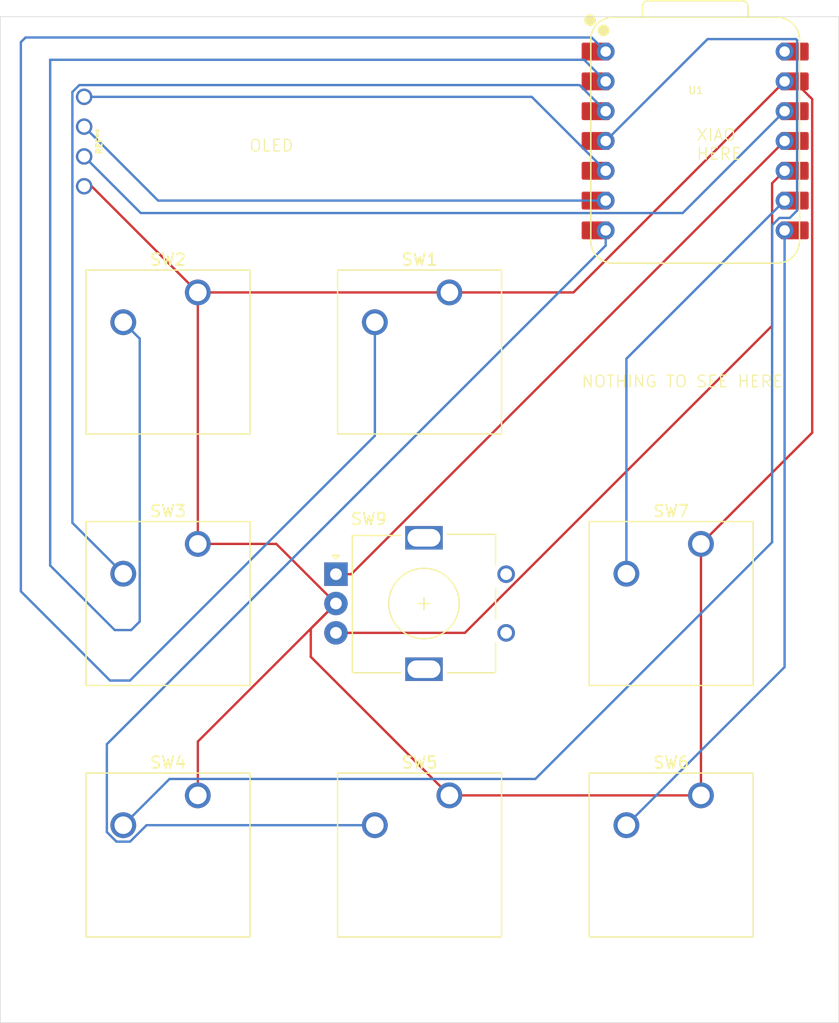
<source format=kicad_pcb>
(kicad_pcb (version 20241229) (generator "pcbnew") (generator_version "9.0")
  (layers (0 "F.Cu" signal) (2 "B.Cu" signal) (13 "F.Paste" user) (15 "B.Paste" user) (5 "F.SilkS" user "F.Silkscreen") (7 "B.SilkS" user "B.Silkscreen") (1 "F.Mask" user) (3 "B.Mask" user) (25 "Edge.Cuts" user))
  (net 0 "")
  (net 1 "Net-(OL1-SDA)")
  (net 2 "Net-(OL1-SCL)")
  (net 3 "Net-(OL1-VCC)")
  (net 4 "GND")
  (net 5 "Net-(U1-GPIO26{slash}ADC0{slash}A0)")
  (net 6 "Net-(U1-GPIO27{slash}ADC1{slash}A1)")
  (net 7 "Net-(U1-GPIO28{slash}ADC2{slash}A2)")
  (net 8 "Net-(U1-GPIO29{slash}ADC3{slash}A3)")
  (net 9 "Net-(U1-GPIO0{slash}TX)")
  (net 10 "Net-(U1-GPIO1{slash}RX)")
  (net 11 "Net-(U1-GPIO2{slash}SCK)")
  (net 12 "Net-(U1-GPIO4{slash}MISO)")
  (net 13 "Net-(U1-GPIO3{slash}MOSI)")
  (net 14 "+5V")
  (footprint "Button_Switch_Keyboard:SW_Cherry_MX_1.00u_PCB" (layer "F.Cu") (at 188.2775 104.4575)
    (property "Reference" "SW3" (at -2.54 -2.794 0) (layer "F.SilkS"))
    (property "Value" "SW_Push")
    (fp_line (start -9.525 -1.905) (end 4.445 -1.905) (stroke (width 0.12)) (layer "F.SilkS"))
    (fp_line (start -9.525 12.065) (end -9.525 -1.905) (stroke (width 0.12)) (layer "F.SilkS"))
    (fp_line (start 4.445 -1.905) (end 4.445 12.065) (stroke (width 0.12)) (layer "F.SilkS"))
    (fp_line (start 4.445 12.065) (end -9.525 12.065) (stroke (width 0.12)) (layer "F.SilkS"))
    (pad "" np_thru_hole circle (at -7.62 5.08) (size 1.7 1.7) (drill 1.7) (layers "*.Cu" "*.Mask"))
    (pad "" np_thru_hole circle (at -2.54 5.08) (size 4 4) (drill 4) (layers "*.Cu" "*.Mask"))
    (pad "" np_thru_hole circle (at 2.54 5.08) (size 1.7 1.7) (drill 1.7) (layers "*.Cu" "*.Mask"))
    (pad "1" thru_hole circle (at 0 0) (size 2.2 2.2) (drill 1.5) (layers "*.Cu" "*.Mask") (net 4 "GND"))
    (pad "2" thru_hole circle (at -6.35 2.54) (size 2.2 2.2) (drill 1.5) (layers "*.Cu" "*.Mask") (net 7 "Net-(U1-GPIO28{slash}ADC2{slash}A2)"))
  )
  (footprint "Button_Switch_Keyboard:SW_Cherry_MX_1.00u_PCB" (layer "F.Cu") (at 231.14 104.4575)
    (property "Reference" "SW7" (at -2.54 -2.794 0) (layer "F.SilkS"))
    (property "Value" "SW_Push")
    (fp_line (start -9.525 -1.905) (end 4.445 -1.905) (stroke (width 0.12)) (layer "F.SilkS"))
    (fp_line (start -9.525 12.065) (end -9.525 -1.905) (stroke (width 0.12)) (layer "F.SilkS"))
    (fp_line (start 4.445 -1.905) (end 4.445 12.065) (stroke (width 0.12)) (layer "F.SilkS"))
    (fp_line (start 4.445 12.065) (end -9.525 12.065) (stroke (width 0.12)) (layer "F.SilkS"))
    (pad "" np_thru_hole circle (at -7.62 5.08) (size 1.7 1.7) (drill 1.7) (layers "*.Cu" "*.Mask"))
    (pad "" np_thru_hole circle (at -2.54 5.08) (size 4 4) (drill 4) (layers "*.Cu" "*.Mask"))
    (pad "" np_thru_hole circle (at 2.54 5.08) (size 1.7 1.7) (drill 1.7) (layers "*.Cu" "*.Mask"))
    (pad "1" thru_hole circle (at 0 0) (size 2.2 2.2) (drill 1.5) (layers "*.Cu" "*.Mask") (net 4 "GND"))
    (pad "2" thru_hole circle (at -6.35 2.54) (size 2.2 2.2) (drill 1.5) (layers "*.Cu" "*.Mask") (net 11 "Net-(U1-GPIO2{slash}SCK)"))
  )
  (footprint "Button_Switch_Keyboard:SW_Cherry_MX_1.00u_PCB" (layer "F.Cu") (at 209.70875 83.02625)
    (property "Reference" "SW1" (at -2.54 -2.794 0) (layer "F.SilkS"))
    (property "Value" "SW_Push")
    (fp_line (start -9.525 -1.905) (end 4.445 -1.905) (stroke (width 0.12)) (layer "F.SilkS"))
    (fp_line (start -9.525 12.065) (end -9.525 -1.905) (stroke (width 0.12)) (layer "F.SilkS"))
    (fp_line (start 4.445 -1.905) (end 4.445 12.065) (stroke (width 0.12)) (layer "F.SilkS"))
    (fp_line (start 4.445 12.065) (end -9.525 12.065) (stroke (width 0.12)) (layer "F.SilkS"))
    (pad "" np_thru_hole circle (at -7.62 5.08) (size 1.7 1.7) (drill 1.7) (layers "*.Cu" "*.Mask"))
    (pad "" np_thru_hole circle (at -2.54 5.08) (size 4 4) (drill 4) (layers "*.Cu" "*.Mask"))
    (pad "" np_thru_hole circle (at 2.54 5.08) (size 1.7 1.7) (drill 1.7) (layers "*.Cu" "*.Mask"))
    (pad "1" thru_hole circle (at 0 0) (size 2.2 2.2) (drill 1.5) (layers "*.Cu" "*.Mask") (net 4 "GND"))
    (pad "2" thru_hole circle (at -6.35 2.54) (size 2.2 2.2) (drill 1.5) (layers "*.Cu" "*.Mask") (net 5 "Net-(U1-GPIO26{slash}ADC0{slash}A0)"))
  )
  (footprint "Rotary_Encoder:RotaryEncoder_Alps_EC11E_Vertical_H20mm" (layer "F.Cu") (at 200.04375 107.0375)
    (property "Reference" "SW9" (at 2.8 -4.7 0) (layer "F.SilkS"))
    (property "Value" "RotaryEncoder")
    (fp_line (start -0.3 -1.6) (end 0.3 -1.6) (stroke (width 0.12)) (layer "F.SilkS"))
    (fp_line (start 0 -1.3) (end -0.3 -1.6) (stroke (width 0.12)) (layer "F.SilkS"))
    (fp_line (start 0.3 -1.6) (end 0 -1.3) (stroke (width 0.12)) (layer "F.SilkS"))
    (fp_line (start 1.4 -3.3) (end 1.4 8.4) (stroke (width 0.12)) (layer "F.SilkS"))
    (fp_line (start 5.5 -3.3) (end 1.4 -3.3) (stroke (width 0.12)) (layer "F.SilkS"))
    (fp_line (start 5.5 8.4) (end 1.4 8.4) (stroke (width 0.12)) (layer "F.SilkS"))
    (fp_line (start 7 2.5) (end 8 2.5) (stroke (width 0.12)) (layer "F.SilkS"))
    (fp_line (start 7.5 2) (end 7.5 3) (stroke (width 0.12)) (layer "F.SilkS"))
    (fp_line (start 9.5 -3.4) (end 13.6 -3.4) (stroke (width 0.12)) (layer "F.SilkS"))
    (fp_line (start 13.6 -3.4) (end 13.6 -0.8) (stroke (width 0.12)) (layer "F.SilkS"))
    (fp_line (start 13.6 1.2) (end 13.6 3.8) (stroke (width 0.12)) (layer "F.SilkS"))
    (fp_line (start 13.6 5.8) (end 13.6 8.4) (stroke (width 0.12)) (layer "F.SilkS"))
    (fp_line (start 13.6 8.4) (end 9.5 8.4) (stroke (width 0.12)) (layer "F.SilkS"))
    (fp_circle (center 7.5 2.5) (end 10.5 2.5) (stroke (width 0.12)) (fill no) (layer "F.SilkS"))
    (pad "" thru_hole circle (at 14.5 0) (size 1.5 1.5) (drill 1) (layers "*.Cu" "*.Mask"))
    (pad "" thru_hole circle (at 14.5 5) (size 1.5 1.5) (drill 1) (layers "*.Cu" "*.Mask"))
    (pad "A" thru_hole rect (at 0 0) (size 2 2) (drill 1) (layers "*.Cu" "*.Mask") (net 13 "Net-(U1-GPIO3{slash}MOSI)"))
    (pad "B" thru_hole circle (at 0 5) (size 2 2) (drill 1) (layers "*.Cu" "*.Mask") (net 12 "Net-(U1-GPIO4{slash}MISO)"))
    (pad "C" thru_hole circle (at 0 2.5) (size 2 2) (drill 1) (layers "*.Cu" "*.Mask") (net 4 "GND"))
    (pad "MP" thru_hole rect (at 7.5 -3.1) (size 3.2 2) (drill oval 2.8 1.5) (layers "*.Cu" "*.Mask"))
    (pad "MP" thru_hole rect (at 7.5 8.1) (size 3.2 2) (drill oval 2.8 1.5) (layers "*.Cu" "*.Mask"))
  )
  (footprint "OPL:XIAO-RP2040-DIP" (layer "F.Cu") (at 230.645 70.12)
    (property "Reference" "U1" (at 0.055 -4.32 0) (layer "F.SilkS") (effects (font (size 0.635 0.635) (thickness 0.1016))))
    (property "Value" "XIAO-RP2040-DIP")
    (fp_line (start -8.89 8.509) (end -8.89 -8.636) (stroke (width 0.127)) (layer "F.SilkS"))
    (fp_line (start -6.985 10.414) (end 6.985 10.414) (stroke (width 0.127)) (layer "F.SilkS"))
    (fp_line (start -4.495 -10.541) (end -4.491272 -11.451272) (stroke (width 0.127)) (layer "F.SilkS"))
    (fp_line (start -3.991272 -11.951) (end 4.004 -11.951) (stroke (width 0.127)) (layer "F.SilkS"))
    (fp_line (start 4.504 -11.451) (end 4.504 -10.541) (stroke (width 0.127)) (layer "F.SilkS"))
    (fp_line (start 6.985 -10.541) (end -6.985 -10.541) (stroke (width 0.1)) (layer "F.SilkS"))
    (fp_line (start 6.985 -10.541) (end -6.985 -10.541) (stroke (width 0.127)) (layer "F.SilkS"))
    (fp_line (start 8.89 8.509) (end 8.89 -8.636) (stroke (width 0.127)) (layer "F.SilkS"))
    (fp_arc (start -8.89 -8.636) (mid -8.332038 -9.983038) (end -6.985 -10.541) (stroke (width 0.127)) (layer "F.SilkS"))
    (fp_arc (start -6.985 10.414) (mid -8.332038 9.856038) (end -8.89 8.509) (stroke (width 0.127)) (layer "F.SilkS"))
    (fp_arc (start -4.491272 -11.451272) (mid -4.344728 -11.80464) (end -3.991272 -11.951) (stroke (width 0.127)) (layer "F.SilkS"))
    (fp_arc (start 4.004 -11.951) (mid 4.357553 -11.804553) (end 4.504 -11.451) (stroke (width 0.127)) (layer "F.SilkS"))
    (fp_arc (start 6.985 -10.541) (mid 8.332038 -9.983038) (end 8.89 -8.636) (stroke (width 0.127)) (layer "F.SilkS"))
    (fp_arc (start 8.89 8.509) (mid 8.332038 9.856038) (end 6.985 10.414) (stroke (width 0.127)) (layer "F.SilkS"))
    (fp_circle (center -8.95 -10.3) (end -8.95 -10.554) (stroke (width 0.5)) (fill yes) (layer "F.SilkS"))
    (fp_circle (center -7.807 -9.42) (end -7.807 -9.674) (stroke (width 0.5)) (fill yes) (layer "F.SilkS"))
    (pad "1" smd roundrect (at -8.455 -7.62 180) (size 2.432 1.524) (layers "F.Cu" "F.Mask") (roundrect_rratio 0.1) (net 5 "Net-(U1-GPIO26{slash}ADC0{slash}A0)"))
    (pad "1" thru_hole circle (at -7.62 -7.62 180) (size 1.524 1.524) (drill 0.889) (layers "*.Cu" "*.Mask") (net 5 "Net-(U1-GPIO26{slash}ADC0{slash}A0)"))
    (pad "2" smd roundrect (at -8.455 -5.08 180) (size 2.432 1.524) (layers "F.Cu" "F.Mask") (roundrect_rratio 0.1) (net 6 "Net-(U1-GPIO27{slash}ADC1{slash}A1)"))
    (pad "2" thru_hole circle (at -7.62 -5.08 180) (size 1.524 1.524) (drill 0.889) (layers "*.Cu" "*.Mask") (net 6 "Net-(U1-GPIO27{slash}ADC1{slash}A1)"))
    (pad "3" smd roundrect (at -8.455 -2.54 180) (size 2.432 1.524) (layers "F.Cu" "F.Mask") (roundrect_rratio 0.1) (net 7 "Net-(U1-GPIO28{slash}ADC2{slash}A2)"))
    (pad "3" thru_hole circle (at -7.62 -2.54 180) (size 1.524 1.524) (drill 0.889) (layers "*.Cu" "*.Mask") (net 7 "Net-(U1-GPIO28{slash}ADC2{slash}A2)"))
    (pad "4" smd roundrect (at -8.455 0 180) (size 2.432 1.524) (layers "F.Cu" "F.Mask") (roundrect_rratio 0.1) (net 8 "Net-(U1-GPIO29{slash}ADC3{slash}A3)"))
    (pad "4" thru_hole circle (at -7.62 0 180) (size 1.524 1.524) (drill 0.889) (layers "*.Cu" "*.Mask") (net 8 "Net-(U1-GPIO29{slash}ADC3{slash}A3)"))
    (pad "5" smd roundrect (at -8.455 2.54 180) (size 2.432 1.524) (layers "F.Cu" "F.Mask") (roundrect_rratio 0.1) (net 1 "Net-(OL1-SDA)"))
    (pad "5" thru_hole circle (at -7.62 2.54 180) (size 1.524 1.524) (drill 0.889) (layers "*.Cu" "*.Mask") (net 1 "Net-(OL1-SDA)"))
    (pad "6" smd roundrect (at -8.455 5.08 180) (size 2.432 1.524) (layers "F.Cu" "F.Mask") (roundrect_rratio 0.1) (net 2 "Net-(OL1-SCL)"))
    (pad "6" thru_hole circle (at -7.62 5.08 180) (size 1.524 1.524) (drill 0.889) (layers "*.Cu" "*.Mask") (net 2 "Net-(OL1-SCL)"))
    (pad "7" smd roundrect (at -8.455 7.62 180) (size 2.432 1.524) (layers "F.Cu" "F.Mask") (roundrect_rratio 0.1) (net 9 "Net-(U1-GPIO0{slash}TX)"))
    (pad "7" thru_hole circle (at -7.62 7.62 180) (size 1.524 1.524) (drill 0.889) (layers "*.Cu" "*.Mask") (net 9 "Net-(U1-GPIO0{slash}TX)"))
    (pad "8" thru_hole circle (at 7.62 7.62) (size 1.524 1.524) (drill 0.889) (layers "*.Cu" "*.Mask") (net 10 "Net-(U1-GPIO1{slash}RX)"))
    (pad "8" smd roundrect (at 8.455 7.62) (size 2.432 1.524) (layers "F.Cu" "F.Mask") (roundrect_rratio 0.1) (net 10 "Net-(U1-GPIO1{slash}RX)"))
    (pad "9" thru_hole circle (at 7.62 5.08) (size 1.524 1.524) (drill 0.889) (layers "*.Cu" "*.Mask") (net 11 "Net-(U1-GPIO2{slash}SCK)"))
    (pad "9" smd roundrect (at 8.455 5.08) (size 2.432 1.524) (layers "F.Cu" "F.Mask") (roundrect_rratio 0.1) (net 11 "Net-(U1-GPIO2{slash}SCK)"))
    (pad "10" thru_hole circle (at 7.62 2.54) (size 1.524 1.524) (drill 0.889) (layers "*.Cu" "*.Mask") (net 12 "Net-(U1-GPIO4{slash}MISO)"))
    (pad "10" smd roundrect (at 8.455 2.54) (size 2.432 1.524) (layers "F.Cu" "F.Mask") (roundrect_rratio 0.1) (net 12 "Net-(U1-GPIO4{slash}MISO)"))
    (pad "11" thru_hole circle (at 7.62 0) (size 1.524 1.524) (drill 0.889) (layers "*.Cu" "*.Mask") (net 13 "Net-(U1-GPIO3{slash}MOSI)"))
    (pad "11" smd roundrect (at 8.455 0) (size 2.432 1.524) (layers "F.Cu" "F.Mask") (roundrect_rratio 0.1) (net 13 "Net-(U1-GPIO3{slash}MOSI)"))
    (pad "12" thru_hole circle (at 7.62 -2.54) (size 1.524 1.524) (drill 0.889) (layers "*.Cu" "*.Mask") (net 3 "Net-(OL1-VCC)"))
    (pad "12" smd roundrect (at 8.455 -2.54) (size 2.432 1.524) (layers "F.Cu" "F.Mask") (roundrect_rratio 0.1) (net 3 "Net-(OL1-VCC)"))
    (pad "13" thru_hole circle (at 7.62 -5.08) (size 1.524 1.524) (drill 0.889) (layers "*.Cu" "*.Mask") (net 4 "GND"))
    (pad "13" smd roundrect (at 8.455 -5.08) (size 2.432 1.524) (layers "F.Cu" "F.Mask") (roundrect_rratio 0.1) (net 4 "GND"))
    (pad "14" thru_hole circle (at 7.62 -7.62) (size 1.524 1.524) (drill 0.889) (layers "*.Cu" "*.Mask") (net 14 "+5V"))
    (pad "14" smd roundrect (at 8.455 -7.62) (size 2.432 1.524) (layers "F.Cu" "F.Mask") (roundrect_rratio 0.1) (net 14 "+5V"))
  )
  (footprint "OLEDS:OLED" (layer "F.Cu") (at 178.59375 70.1675 -90)
    (property "Reference" "OL1")
    (property "Value" "OLED" (hide yes))
    (fp_text user "REF**" (at -0.01 -1.28 90) (layer "F.SilkS") (effects (font (size 0.5 0.5) (thickness 0.125) (bold yes))))
    (pad "1" thru_hole circle (at -3.81 0 270) (size 1.4 1.4) (drill 1) (layers "*.Cu" "*.Mask") (net 1 "Net-(OL1-SDA)"))
    (pad "2" thru_hole circle (at -1.27 0 270) (size 1.4 1.4) (drill 1) (layers "*.Cu" "*.Mask") (net 2 "Net-(OL1-SCL)"))
    (pad "3" thru_hole circle (at 1.27 0 270) (size 1.4 1.4) (drill 1) (layers "*.Cu" "*.Mask") (net 3 "Net-(OL1-VCC)"))
    (pad "4" thru_hole circle (at 3.81 0 270) (size 1.4 1.4) (drill 1) (layers "*.Cu" "*.Mask") (net 4 "GND"))
  )
  (footprint "Button_Switch_Keyboard:SW_Cherry_MX_1.00u_PCB" (layer "F.Cu") (at 188.2775 83.02625)
    (property "Reference" "SW2" (at -2.54 -2.794 0) (layer "F.SilkS"))
    (property "Value" "SW_Push")
    (fp_line (start -9.525 -1.905) (end 4.445 -1.905) (stroke (width 0.12)) (layer "F.SilkS"))
    (fp_line (start -9.525 12.065) (end -9.525 -1.905) (stroke (width 0.12)) (layer "F.SilkS"))
    (fp_line (start 4.445 -1.905) (end 4.445 12.065) (stroke (width 0.12)) (layer "F.SilkS"))
    (fp_line (start 4.445 12.065) (end -9.525 12.065) (stroke (width 0.12)) (layer "F.SilkS"))
    (pad "" np_thru_hole circle (at -7.62 5.08) (size 1.7 1.7) (drill 1.7) (layers "*.Cu" "*.Mask"))
    (pad "" np_thru_hole circle (at -2.54 5.08) (size 4 4) (drill 4) (layers "*.Cu" "*.Mask"))
    (pad "" np_thru_hole circle (at 2.54 5.08) (size 1.7 1.7) (drill 1.7) (layers "*.Cu" "*.Mask"))
    (pad "1" thru_hole circle (at 0 0) (size 2.2 2.2) (drill 1.5) (layers "*.Cu" "*.Mask") (net 4 "GND"))
    (pad "2" thru_hole circle (at -6.35 2.54) (size 2.2 2.2) (drill 1.5) (layers "*.Cu" "*.Mask") (net 6 "Net-(U1-GPIO27{slash}ADC1{slash}A1)"))
  )
  (footprint "Button_Switch_Keyboard:SW_Cherry_MX_1.00u_PCB" (layer "F.Cu") (at 231.14 125.88875)
    (property "Reference" "SW6" (at -2.54 -2.794 0) (layer "F.SilkS"))
    (property "Value" "SW_Push")
    (fp_line (start -9.525 -1.905) (end 4.445 -1.905) (stroke (width 0.12)) (layer "F.SilkS"))
    (fp_line (start -9.525 12.065) (end -9.525 -1.905) (stroke (width 0.12)) (layer "F.SilkS"))
    (fp_line (start 4.445 -1.905) (end 4.445 12.065) (stroke (width 0.12)) (layer "F.SilkS"))
    (fp_line (start 4.445 12.065) (end -9.525 12.065) (stroke (width 0.12)) (layer "F.SilkS"))
    (pad "" np_thru_hole circle (at -7.62 5.08) (size 1.7 1.7) (drill 1.7) (layers "*.Cu" "*.Mask"))
    (pad "" np_thru_hole circle (at -2.54 5.08) (size 4 4) (drill 4) (layers "*.Cu" "*.Mask"))
    (pad "" np_thru_hole circle (at 2.54 5.08) (size 1.7 1.7) (drill 1.7) (layers "*.Cu" "*.Mask"))
    (pad "1" thru_hole circle (at 0 0) (size 2.2 2.2) (drill 1.5) (layers "*.Cu" "*.Mask") (net 4 "GND"))
    (pad "2" thru_hole circle (at -6.35 2.54) (size 2.2 2.2) (drill 1.5) (layers "*.Cu" "*.Mask") (net 10 "Net-(U1-GPIO1{slash}RX)"))
  )
  (footprint "Button_Switch_Keyboard:SW_Cherry_MX_1.00u_PCB" (layer "F.Cu") (at 188.2775 125.88875)
    (property "Reference" "SW4" (at -2.54 -2.794 0) (layer "F.SilkS"))
    (property "Value" "SW_Push")
    (fp_line (start -9.525 -1.905) (end 4.445 -1.905) (stroke (width 0.12)) (layer "F.SilkS"))
    (fp_line (start -9.525 12.065) (end -9.525 -1.905) (stroke (width 0.12)) (layer "F.SilkS"))
    (fp_line (start 4.445 -1.905) (end 4.445 12.065) (stroke (width 0.12)) (layer "F.SilkS"))
    (fp_line (start 4.445 12.065) (end -9.525 12.065) (stroke (width 0.12)) (layer "F.SilkS"))
    (pad "" np_thru_hole circle (at -7.62 5.08) (size 1.7 1.7) (drill 1.7) (layers "*.Cu" "*.Mask"))
    (pad "" np_thru_hole circle (at -2.54 5.08) (size 4 4) (drill 4) (layers "*.Cu" "*.Mask"))
    (pad "" np_thru_hole circle (at 2.54 5.08) (size 1.7 1.7) (drill 1.7) (layers "*.Cu" "*.Mask"))
    (pad "1" thru_hole circle (at 0 0) (size 2.2 2.2) (drill 1.5) (layers "*.Cu" "*.Mask") (net 4 "GND"))
    (pad "2" thru_hole circle (at -6.35 2.54) (size 2.2 2.2) (drill 1.5) (layers "*.Cu" "*.Mask") (net 8 "Net-(U1-GPIO29{slash}ADC3{slash}A3)"))
  )
  (footprint "Button_Switch_Keyboard:SW_Cherry_MX_1.00u_PCB" (layer "F.Cu") (at 209.70875 125.88875)
    (property "Reference" "SW5" (at -2.54 -2.794 0) (layer "F.SilkS"))
    (property "Value" "SW_Push")
    (fp_line (start -9.525 -1.905) (end 4.445 -1.905) (stroke (width 0.12)) (layer "F.SilkS"))
    (fp_line (start -9.525 12.065) (end -9.525 -1.905) (stroke (width 0.12)) (layer "F.SilkS"))
    (fp_line (start 4.445 -1.905) (end 4.445 12.065) (stroke (width 0.12)) (layer "F.SilkS"))
    (fp_line (start 4.445 12.065) (end -9.525 12.065) (stroke (width 0.12)) (layer "F.SilkS"))
    (pad "" np_thru_hole circle (at -7.62 5.08) (size 1.7 1.7) (drill 1.7) (layers "*.Cu" "*.Mask"))
    (pad "" np_thru_hole circle (at -2.54 5.08) (size 4 4) (drill 4) (layers "*.Cu" "*.Mask"))
    (pad "" np_thru_hole circle (at 2.54 5.08) (size 1.7 1.7) (drill 1.7) (layers "*.Cu" "*.Mask"))
    (pad "1" thru_hole circle (at 0 0) (size 2.2 2.2) (drill 1.5) (layers "*.Cu" "*.Mask") (net 4 "GND"))
    (pad "2" thru_hole circle (at -6.35 2.54) (size 2.2 2.2) (drill 1.5) (layers "*.Cu" "*.Mask") (net 9 "Net-(U1-GPIO0{slash}TX)"))
  )
  (gr_rect (start 171.45 59.53125) (end 242.8875 145.25625) (stroke (width 0.05)) (fill no) (layer "Edge.Cuts"))
  (gr_text "OLED" (at 192.6 71.1 0) (layer "F.SilkS") (effects (font (size 1 1) (thickness 0.1)) (justify left bottom)))
  (gr_text "NOTHING TO SEE HERE" (at 220.9 91.2 0) (layer "F.SilkS") (effects (font (size 1 1) (thickness 0.1)) (justify left bottom)))
  (gr_text "XIAO\nHERE" (at 230.7 71.8 0) (layer "F.SilkS") (effects (font (size 1 1) (thickness 0.1)) (justify left bottom)))
  (segment (start 178.59375 66.3575) (end 216.7225 66.3575) (width 0.2) (layer "B.Cu") (net 1))
  (segment (start 216.7225 66.3575) (end 223.025 72.66) (width 0.2) (layer "B.Cu") (net 1))
  (segment (start 184.89625 75.2) (end 223.025 75.2) (width 0.2) (layer "B.Cu") (net 2))
  (segment (start 178.59375 68.8975) (end 184.89625 75.2) (width 0.2) (layer "B.Cu") (net 2))
  (segment (start 178.59375 71.4375) (end 183.41925 76.263) (width 0.2) (layer "B.Cu") (net 3))
  (segment (start 229.582 76.263) (end 238.265 67.58) (width 0.2) (layer "B.Cu") (net 3))
  (segment (start 183.41925 76.263) (end 229.582 76.263) (width 0.2) (layer "B.Cu") (net 3))
  (segment (start 188.2775 121.30375) (end 200.04375 109.5375) (width 0.2) (layer "F.Cu") (net 4))
  (segment (start 209.70875 83.02625) (end 220.27875 83.02625) (width 0.2) (layer "F.Cu") (net 4))
  (segment (start 188.2775 104.4575) (end 188.2775 83.02625) (width 0.2) (layer "F.Cu") (net 4))
  (segment (start 231.14 104.4575) (end 231.14 125.88875) (width 0.2) (layer "F.Cu") (net 4))
  (segment (start 188.2775 83.02625) (end 179.22875 73.9775) (width 0.2) (layer "F.Cu") (net 4))
  (segment (start 197.9 111.68125) (end 200.04375 109.5375) (width 0.2) (layer "F.Cu") (net 4))
  (segment (start 188.2775 125.88875) (end 188.2775 121.30375) (width 0.2) (layer "F.Cu") (net 4))
  (segment (start 220.27875 83.02625) (end 238.265 65.04) (width 0.2) (layer "F.Cu") (net 4))
  (segment (start 197.9 114.08) (end 197.9 111.68125) (width 0.2) (layer "F.Cu") (net 4))
  (segment (start 240.617 94.9805) (end 240.617 66.557) (width 0.2) (layer "F.Cu") (net 4))
  (segment (start 188.2775 83.02625) (end 209.70875 83.02625) (width 0.2) (layer "F.Cu") (net 4))
  (segment (start 231.14 104.4575) (end 240.617 94.9805) (width 0.2) (layer "F.Cu") (net 4))
  (segment (start 209.70875 125.88875) (end 197.9 114.08) (width 0.2) (layer "F.Cu") (net 4))
  (segment (start 179.22875 73.9775) (end 178.59375 73.9775) (width 0.2) (layer "F.Cu") (net 4))
  (segment (start 240.617 66.557) (end 239.1 65.04) (width 0.2) (layer "F.Cu") (net 4))
  (segment (start 188.2775 104.4575) (end 194.96375 104.4575) (width 0.2) (layer "F.Cu") (net 4))
  (segment (start 231.14 125.88875) (end 209.70875 125.88875) (width 0.2) (layer "F.Cu") (net 4))
  (segment (start 194.96375 104.4575) (end 200.04375 109.5375) (width 0.2) (layer "F.Cu") (net 4))
  (segment (start 203.35875 95.241066) (end 203.35875 85.56625) (width 0.2) (layer "B.Cu") (net 5))
  (segment (start 223.025 62.5) (end 221.825 61.3) (width 0.2) (layer "B.Cu") (net 5))
  (segment (start 173.2 108.5) (end 180.8 116.1) (width 0.2) (layer "B.Cu") (net 5))
  (segment (start 221.825 61.3) (end 173.6 61.3) (width 0.2) (layer "B.Cu") (net 5))
  (segment (start 180.8 116.1) (end 182.499816 116.1) (width 0.2) (layer "B.Cu") (net 5))
  (segment (start 182.499816 116.1) (end 203.35875 95.241066) (width 0.2) (layer "B.Cu") (net 5))
  (segment (start 173.2 61.7) (end 173.2 108.5) (width 0.2) (layer "B.Cu") (net 5))
  (segment (start 173.6 61.3) (end 173.2 61.7) (width 0.2) (layer "B.Cu") (net 5))
  (segment (start 183.3285 111.0715) (end 183.3285 86.96725) (width 0.2) (layer "B.Cu") (net 6))
  (segment (start 223.025 65.04) (end 221.185 63.2) (width 0.2) (layer "B.Cu") (net 6))
  (segment (start 175.7 63.2) (end 175.7 106.3) (width 0.2) (layer "B.Cu") (net 6))
  (segment (start 221.185 63.2) (end 175.7 63.2) (width 0.2) (layer "B.Cu") (net 6))
  (segment (start 181.2 111.8) (end 182.6 111.8) (width 0.2) (layer "B.Cu") (net 6))
  (segment (start 175.7 106.3) (end 181.2 111.8) (width 0.2) (layer "B.Cu") (net 6))
  (segment (start 183.3285 86.96725) (end 181.9275 85.56625) (width 0.2) (layer "B.Cu") (net 6))
  (segment (start 182.6 111.8) (end 183.3285 111.0715) (width 0.2) (layer "B.Cu") (net 6))
  (segment (start 178.179122 65.3565) (end 220.8015 65.3565) (width 0.2) (layer "B.Cu") (net 7))
  (segment (start 181.9275 106.9975) (end 177.59275 102.66275) (width 0.2) (layer "B.Cu") (net 7))
  (segment (start 177.59275 102.66275) (end 177.59275 65.942872) (width 0.2) (layer "B.Cu") (net 7))
  (segment (start 177.59275 65.942872) (end 178.179122 65.3565) (width 0.2) (layer "B.Cu") (net 7))
  (segment (start 220.8015 65.3565) (end 223.025 67.58) (width 0.2) (layer "B.Cu") (net 7))
  (segment (start 239.237 61.437) (end 239.328 61.528) (width 0.2) (layer "B.Cu") (net 8))
  (segment (start 239.328 61.528) (end 239.328 76.05431) (width 0.2) (layer "B.Cu") (net 8))
  (segment (start 238.70531 76.677) (end 237.82469 76.677) (width 0.2) (layer "B.Cu") (net 8))
  (segment (start 223.025 70.12) (end 231.708 61.437) (width 0.2) (layer "B.Cu") (net 8))
  (segment (start 237.82469 76.677) (end 237.202 77.29969) (width 0.2) (layer "B.Cu") (net 8))
  (segment (start 237.202 77.29969) (end 237.202 104.31703) (width 0.2) (layer "B.Cu") (net 8))
  (segment (start 237.202 104.31703) (end 217.03128 124.48775) (width 0.2) (layer "B.Cu") (net 8))
  (segment (start 231.708 61.437) (end 239.237 61.437) (width 0.2) (layer "B.Cu") (net 8))
  (segment (start 185.8685 124.48775) (end 181.9275 128.42875) (width 0.2) (layer "B.Cu") (net 8))
  (segment (start 217.03128 124.48775) (end 185.8685 124.48775) (width 0.2) (layer "B.Cu") (net 8))
  (segment (start 239.328 76.05431) (end 238.70531 76.677) (width 0.2) (layer "B.Cu") (net 8))
  (segment (start 183.908814 128.42875) (end 182.507814 129.82975) (width 0.2) (layer "B.Cu") (net 9))
  (segment (start 180.5265 121.52697) (end 223.025 79.02847) (width 0.2) (layer "B.Cu") (net 9))
  (segment (start 181.347186 129.82975) (end 180.5265 129.009064) (width 0.2) (layer "B.Cu") (net 9))
  (segment (start 182.507814 129.82975) (end 181.347186 129.82975) (width 0.2) (layer "B.Cu") (net 9))
  (segment (start 223.025 79.02847) (end 223.025 77.74) (width 0.2) (layer "B.Cu") (net 9))
  (segment (start 203.35875 128.42875) (end 183.908814 128.42875) (width 0.2) (layer "B.Cu") (net 9))
  (segment (start 180.5265 129.009064) (end 180.5265 121.52697) (width 0.2) (layer "B.Cu") (net 9))
  (segment (start 224.79 128.42875) (end 238.265 114.95375) (width 0.2) (layer "B.Cu") (net 10))
  (segment (start 238.265 114.95375) (end 238.265 77.74) (width 0.2) (layer "B.Cu") (net 10))
  (segment (start 224.79 106.9975) (end 224.79 88.675) (width 0.2) (layer "B.Cu") (net 11))
  (segment (start 224.79 88.675) (end 238.265 75.2) (width 0.2) (layer "B.Cu") (net 11))
  (segment (start 211.030089 112.0375) (end 237.202 85.865589) (width 0.2) (layer "F.Cu") (net 12))
  (segment (start 237.202 85.865589) (end 237.202 73.723) (width 0.2) (layer "F.Cu") (net 12))
  (segment (start 200.04375 112.0375) (end 211.030089 112.0375) (width 0.2) (layer "F.Cu") (net 12))
  (segment (start 237.202 73.723) (end 238.265 72.66) (width 0.2) (layer "F.Cu") (net 12))
  (segment (start 201.3475 107.0375) (end 238.265 70.12) (width 0.2) (layer "F.Cu") (net 13))
  (segment (start 200.04375 107.0375) (end 201.3475 107.0375) (width 0.2) (layer "F.Cu") (net 13))
)
</source>
